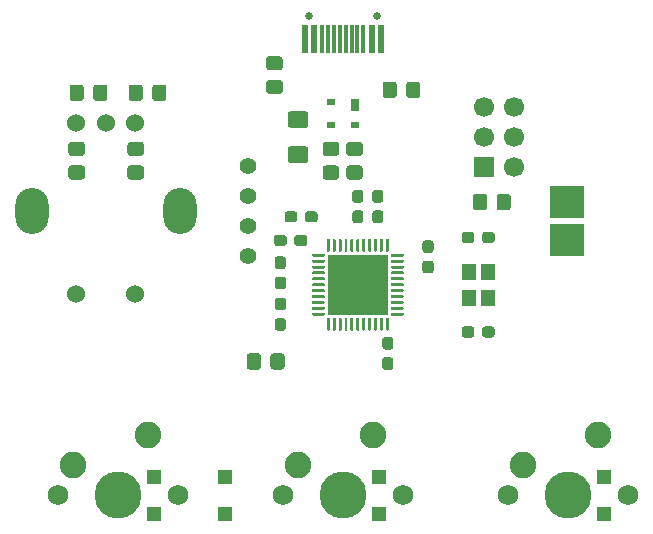
<source format=gbr>
%TF.GenerationSoftware,KiCad,Pcbnew,(5.1.9-1-g591a07d2d9)-1*%
%TF.CreationDate,2021-07-28T01:57:03-06:00*%
%TF.ProjectId,keyboard-layout,6b657962-6f61-4726-942d-6c61796f7574,rev?*%
%TF.SameCoordinates,Original*%
%TF.FileFunction,Soldermask,Bot*%
%TF.FilePolarity,Negative*%
%FSLAX46Y46*%
G04 Gerber Fmt 4.6, Leading zero omitted, Abs format (unit mm)*
G04 Created by KiCad (PCBNEW (5.1.9-1-g591a07d2d9)-1) date 2021-07-28 01:57:03*
%MOMM*%
%LPD*%
G01*
G04 APERTURE LIST*
%ADD10R,1.200000X1.200000*%
%ADD11C,1.700000*%
%ADD12R,1.700000X1.700000*%
%ADD13C,1.397000*%
%ADD14C,1.750000*%
%ADD15C,2.250000*%
%ADD16C,3.987800*%
%ADD17R,3.000000X2.750000*%
%ADD18C,1.524000*%
%ADD19O,2.800000X3.900000*%
%ADD20R,5.200000X5.200000*%
%ADD21R,0.700000X0.600000*%
%ADD22R,0.700000X1.000000*%
%ADD23C,0.650000*%
%ADD24R,0.300000X2.450000*%
%ADD25R,0.600000X2.450000*%
%ADD26R,1.200000X1.400000*%
G04 APERTURE END LIST*
D10*
%TO.C,D_3*%
X113375000Y-119025000D03*
X113375000Y-122175000D03*
%TD*%
%TO.C,C1*%
G36*
G01*
X123150000Y-98512500D02*
X123150000Y-98987500D01*
G75*
G02*
X122912500Y-99225000I-237500J0D01*
G01*
X122312500Y-99225000D01*
G75*
G02*
X122075000Y-98987500I0J237500D01*
G01*
X122075000Y-98512500D01*
G75*
G02*
X122312500Y-98275000I237500J0D01*
G01*
X122912500Y-98275000D01*
G75*
G02*
X123150000Y-98512500I0J-237500D01*
G01*
G37*
G36*
G01*
X121425000Y-98512500D02*
X121425000Y-98987500D01*
G75*
G02*
X121187500Y-99225000I-237500J0D01*
G01*
X120587500Y-99225000D01*
G75*
G02*
X120350000Y-98987500I0J237500D01*
G01*
X120350000Y-98512500D01*
G75*
G02*
X120587500Y-98275000I237500J0D01*
G01*
X121187500Y-98275000D01*
G75*
G02*
X121425000Y-98512500I0J-237500D01*
G01*
G37*
%TD*%
%TO.C,C2*%
G36*
G01*
X122075000Y-106987500D02*
X122075000Y-106512500D01*
G75*
G02*
X122312500Y-106275000I237500J0D01*
G01*
X122912500Y-106275000D01*
G75*
G02*
X123150000Y-106512500I0J-237500D01*
G01*
X123150000Y-106987500D01*
G75*
G02*
X122912500Y-107225000I-237500J0D01*
G01*
X122312500Y-107225000D01*
G75*
G02*
X122075000Y-106987500I0J237500D01*
G01*
G37*
G36*
G01*
X120350000Y-106987500D02*
X120350000Y-106512500D01*
G75*
G02*
X120587500Y-106275000I237500J0D01*
G01*
X121187500Y-106275000D01*
G75*
G02*
X121425000Y-106512500I0J-237500D01*
G01*
X121425000Y-106987500D01*
G75*
G02*
X121187500Y-107225000I-237500J0D01*
G01*
X120587500Y-107225000D01*
G75*
G02*
X120350000Y-106987500I0J237500D01*
G01*
G37*
%TD*%
%TO.C,C3*%
G36*
G01*
X106425000Y-96762500D02*
X106425000Y-97237500D01*
G75*
G02*
X106187500Y-97475000I-237500J0D01*
G01*
X105587500Y-97475000D01*
G75*
G02*
X105350000Y-97237500I0J237500D01*
G01*
X105350000Y-96762500D01*
G75*
G02*
X105587500Y-96525000I237500J0D01*
G01*
X106187500Y-96525000D01*
G75*
G02*
X106425000Y-96762500I0J-237500D01*
G01*
G37*
G36*
G01*
X108150000Y-96762500D02*
X108150000Y-97237500D01*
G75*
G02*
X107912500Y-97475000I-237500J0D01*
G01*
X107312500Y-97475000D01*
G75*
G02*
X107075000Y-97237500I0J237500D01*
G01*
X107075000Y-96762500D01*
G75*
G02*
X107312500Y-96525000I237500J0D01*
G01*
X107912500Y-96525000D01*
G75*
G02*
X108150000Y-96762500I0J-237500D01*
G01*
G37*
%TD*%
%TO.C,C4*%
G36*
G01*
X113487500Y-95812500D02*
X113012500Y-95812500D01*
G75*
G02*
X112775000Y-95575000I0J237500D01*
G01*
X112775000Y-94975000D01*
G75*
G02*
X113012500Y-94737500I237500J0D01*
G01*
X113487500Y-94737500D01*
G75*
G02*
X113725000Y-94975000I0J-237500D01*
G01*
X113725000Y-95575000D01*
G75*
G02*
X113487500Y-95812500I-237500J0D01*
G01*
G37*
G36*
G01*
X113487500Y-97537500D02*
X113012500Y-97537500D01*
G75*
G02*
X112775000Y-97300000I0J237500D01*
G01*
X112775000Y-96700000D01*
G75*
G02*
X113012500Y-96462500I237500J0D01*
G01*
X113487500Y-96462500D01*
G75*
G02*
X113725000Y-96700000I0J-237500D01*
G01*
X113725000Y-97300000D01*
G75*
G02*
X113487500Y-97537500I-237500J0D01*
G01*
G37*
%TD*%
%TO.C,C5*%
G36*
G01*
X113862500Y-107162500D02*
X114337500Y-107162500D01*
G75*
G02*
X114575000Y-107400000I0J-237500D01*
G01*
X114575000Y-108000000D01*
G75*
G02*
X114337500Y-108237500I-237500J0D01*
G01*
X113862500Y-108237500D01*
G75*
G02*
X113625000Y-108000000I0J237500D01*
G01*
X113625000Y-107400000D01*
G75*
G02*
X113862500Y-107162500I237500J0D01*
G01*
G37*
G36*
G01*
X113862500Y-108887500D02*
X114337500Y-108887500D01*
G75*
G02*
X114575000Y-109125000I0J-237500D01*
G01*
X114575000Y-109725000D01*
G75*
G02*
X114337500Y-109962500I-237500J0D01*
G01*
X113862500Y-109962500D01*
G75*
G02*
X113625000Y-109725000I0J237500D01*
G01*
X113625000Y-109125000D01*
G75*
G02*
X113862500Y-108887500I237500J0D01*
G01*
G37*
%TD*%
%TO.C,C6*%
G36*
G01*
X107262500Y-98762500D02*
X107262500Y-99237500D01*
G75*
G02*
X107025000Y-99475000I-237500J0D01*
G01*
X106425000Y-99475000D01*
G75*
G02*
X106187500Y-99237500I0J237500D01*
G01*
X106187500Y-98762500D01*
G75*
G02*
X106425000Y-98525000I237500J0D01*
G01*
X107025000Y-98525000D01*
G75*
G02*
X107262500Y-98762500I0J-237500D01*
G01*
G37*
G36*
G01*
X105537500Y-98762500D02*
X105537500Y-99237500D01*
G75*
G02*
X105300000Y-99475000I-237500J0D01*
G01*
X104700000Y-99475000D01*
G75*
G02*
X104462500Y-99237500I0J237500D01*
G01*
X104462500Y-98762500D01*
G75*
G02*
X104700000Y-98525000I237500J0D01*
G01*
X105300000Y-98525000D01*
G75*
G02*
X105537500Y-98762500I0J-237500D01*
G01*
G37*
%TD*%
%TO.C,C7*%
G36*
G01*
X117737500Y-101787500D02*
X117262500Y-101787500D01*
G75*
G02*
X117025000Y-101550000I0J237500D01*
G01*
X117025000Y-100950000D01*
G75*
G02*
X117262500Y-100712500I237500J0D01*
G01*
X117737500Y-100712500D01*
G75*
G02*
X117975000Y-100950000I0J-237500D01*
G01*
X117975000Y-101550000D01*
G75*
G02*
X117737500Y-101787500I-237500J0D01*
G01*
G37*
G36*
G01*
X117737500Y-100062500D02*
X117262500Y-100062500D01*
G75*
G02*
X117025000Y-99825000I0J237500D01*
G01*
X117025000Y-99225000D01*
G75*
G02*
X117262500Y-98987500I237500J0D01*
G01*
X117737500Y-98987500D01*
G75*
G02*
X117975000Y-99225000I0J-237500D01*
G01*
X117975000Y-99825000D01*
G75*
G02*
X117737500Y-100062500I-237500J0D01*
G01*
G37*
%TD*%
%TO.C,C8*%
G36*
G01*
X111792500Y-95812500D02*
X111317500Y-95812500D01*
G75*
G02*
X111080000Y-95575000I0J237500D01*
G01*
X111080000Y-94975000D01*
G75*
G02*
X111317500Y-94737500I237500J0D01*
G01*
X111792500Y-94737500D01*
G75*
G02*
X112030000Y-94975000I0J-237500D01*
G01*
X112030000Y-95575000D01*
G75*
G02*
X111792500Y-95812500I-237500J0D01*
G01*
G37*
G36*
G01*
X111792500Y-97537500D02*
X111317500Y-97537500D01*
G75*
G02*
X111080000Y-97300000I0J237500D01*
G01*
X111080000Y-96700000D01*
G75*
G02*
X111317500Y-96462500I237500J0D01*
G01*
X111792500Y-96462500D01*
G75*
G02*
X112030000Y-96700000I0J-237500D01*
G01*
X112030000Y-97300000D01*
G75*
G02*
X111792500Y-97537500I-237500J0D01*
G01*
G37*
%TD*%
%TO.C,CB1*%
G36*
G01*
X105237500Y-106650000D02*
X104762500Y-106650000D01*
G75*
G02*
X104525000Y-106412500I0J237500D01*
G01*
X104525000Y-105812500D01*
G75*
G02*
X104762500Y-105575000I237500J0D01*
G01*
X105237500Y-105575000D01*
G75*
G02*
X105475000Y-105812500I0J-237500D01*
G01*
X105475000Y-106412500D01*
G75*
G02*
X105237500Y-106650000I-237500J0D01*
G01*
G37*
G36*
G01*
X105237500Y-104925000D02*
X104762500Y-104925000D01*
G75*
G02*
X104525000Y-104687500I0J237500D01*
G01*
X104525000Y-104087500D01*
G75*
G02*
X104762500Y-103850000I237500J0D01*
G01*
X105237500Y-103850000D01*
G75*
G02*
X105475000Y-104087500I0J-237500D01*
G01*
X105475000Y-104687500D01*
G75*
G02*
X105237500Y-104925000I-237500J0D01*
G01*
G37*
%TD*%
%TO.C,CB2*%
G36*
G01*
X104762500Y-102075000D02*
X105237500Y-102075000D01*
G75*
G02*
X105475000Y-102312500I0J-237500D01*
G01*
X105475000Y-102912500D01*
G75*
G02*
X105237500Y-103150000I-237500J0D01*
G01*
X104762500Y-103150000D01*
G75*
G02*
X104525000Y-102912500I0J237500D01*
G01*
X104525000Y-102312500D01*
G75*
G02*
X104762500Y-102075000I237500J0D01*
G01*
G37*
G36*
G01*
X104762500Y-100350000D02*
X105237500Y-100350000D01*
G75*
G02*
X105475000Y-100587500I0J-237500D01*
G01*
X105475000Y-101187500D01*
G75*
G02*
X105237500Y-101425000I-237500J0D01*
G01*
X104762500Y-101425000D01*
G75*
G02*
X104525000Y-101187500I0J237500D01*
G01*
X104525000Y-100587500D01*
G75*
G02*
X104762500Y-100350000I237500J0D01*
G01*
G37*
%TD*%
%TO.C,D_2*%
X94337500Y-119025000D03*
X94337500Y-122175000D03*
%TD*%
%TO.C,D_4*%
X100337500Y-119025000D03*
X100337500Y-122175000D03*
%TD*%
%TO.C,F1*%
G36*
G01*
X107125000Y-92450000D02*
X105875000Y-92450000D01*
G75*
G02*
X105625000Y-92200000I0J250000D01*
G01*
X105625000Y-91275000D01*
G75*
G02*
X105875000Y-91025000I250000J0D01*
G01*
X107125000Y-91025000D01*
G75*
G02*
X107375000Y-91275000I0J-250000D01*
G01*
X107375000Y-92200000D01*
G75*
G02*
X107125000Y-92450000I-250000J0D01*
G01*
G37*
G36*
G01*
X107125000Y-89475000D02*
X105875000Y-89475000D01*
G75*
G02*
X105625000Y-89225000I0J250000D01*
G01*
X105625000Y-88300000D01*
G75*
G02*
X105875000Y-88050000I250000J0D01*
G01*
X107125000Y-88050000D01*
G75*
G02*
X107375000Y-88300000I0J-250000D01*
G01*
X107375000Y-89225000D01*
G75*
G02*
X107125000Y-89475000I-250000J0D01*
G01*
G37*
%TD*%
D11*
%TO.C,J1*%
X124770000Y-87710000D03*
X122230000Y-87710000D03*
X124770000Y-90250000D03*
X122230000Y-90250000D03*
X124770000Y-92790000D03*
D12*
X122230000Y-92790000D03*
%TD*%
D13*
%TO.C,J2*%
X102255000Y-92709500D03*
X102255000Y-95249500D03*
X102255000Y-97789500D03*
X102255000Y-100329500D03*
%TD*%
D14*
%TO.C,K_2*%
X96310000Y-120520000D03*
X86150000Y-120520000D03*
D15*
X87420000Y-117980000D03*
D16*
X91230000Y-120520000D03*
D15*
X93770000Y-115440000D03*
%TD*%
%TO.C,K_3*%
X112820000Y-115440000D03*
D16*
X110280000Y-120520000D03*
D15*
X106470000Y-117980000D03*
D14*
X105200000Y-120520000D03*
X115360000Y-120520000D03*
%TD*%
%TO.C,R1*%
G36*
G01*
X124500000Y-95299999D02*
X124500000Y-96200001D01*
G75*
G02*
X124250001Y-96450000I-249999J0D01*
G01*
X123549999Y-96450000D01*
G75*
G02*
X123300000Y-96200001I0J249999D01*
G01*
X123300000Y-95299999D01*
G75*
G02*
X123549999Y-95050000I249999J0D01*
G01*
X124250001Y-95050000D01*
G75*
G02*
X124500000Y-95299999I0J-249999D01*
G01*
G37*
G36*
G01*
X122500000Y-95299999D02*
X122500000Y-96200001D01*
G75*
G02*
X122250001Y-96450000I-249999J0D01*
G01*
X121549999Y-96450000D01*
G75*
G02*
X121300000Y-96200001I0J249999D01*
G01*
X121300000Y-95299999D01*
G75*
G02*
X121549999Y-95050000I249999J0D01*
G01*
X122250001Y-95050000D01*
G75*
G02*
X122500000Y-95299999I0J-249999D01*
G01*
G37*
%TD*%
%TO.C,R2*%
G36*
G01*
X104150000Y-109700001D02*
X104150000Y-108799999D01*
G75*
G02*
X104399999Y-108550000I249999J0D01*
G01*
X105100001Y-108550000D01*
G75*
G02*
X105350000Y-108799999I0J-249999D01*
G01*
X105350000Y-109700001D01*
G75*
G02*
X105100001Y-109950000I-249999J0D01*
G01*
X104399999Y-109950000D01*
G75*
G02*
X104150000Y-109700001I0J249999D01*
G01*
G37*
G36*
G01*
X102150000Y-109700001D02*
X102150000Y-108799999D01*
G75*
G02*
X102399999Y-108550000I249999J0D01*
G01*
X103100001Y-108550000D01*
G75*
G02*
X103350000Y-108799999I0J-249999D01*
G01*
X103350000Y-109700001D01*
G75*
G02*
X103100001Y-109950000I-249999J0D01*
G01*
X102399999Y-109950000D01*
G75*
G02*
X102150000Y-109700001I0J249999D01*
G01*
G37*
%TD*%
%TO.C,R3*%
G36*
G01*
X109730001Y-93850000D02*
X108829999Y-93850000D01*
G75*
G02*
X108580000Y-93600001I0J249999D01*
G01*
X108580000Y-92899999D01*
G75*
G02*
X108829999Y-92650000I249999J0D01*
G01*
X109730001Y-92650000D01*
G75*
G02*
X109980000Y-92899999I0J-249999D01*
G01*
X109980000Y-93600001D01*
G75*
G02*
X109730001Y-93850000I-249999J0D01*
G01*
G37*
G36*
G01*
X109730001Y-91850000D02*
X108829999Y-91850000D01*
G75*
G02*
X108580000Y-91600001I0J249999D01*
G01*
X108580000Y-90899999D01*
G75*
G02*
X108829999Y-90650000I249999J0D01*
G01*
X109730001Y-90650000D01*
G75*
G02*
X109980000Y-90899999I0J-249999D01*
G01*
X109980000Y-91600001D01*
G75*
G02*
X109730001Y-91850000I-249999J0D01*
G01*
G37*
%TD*%
%TO.C,R4*%
G36*
G01*
X111730001Y-93850000D02*
X110829999Y-93850000D01*
G75*
G02*
X110580000Y-93600001I0J249999D01*
G01*
X110580000Y-92899999D01*
G75*
G02*
X110829999Y-92650000I249999J0D01*
G01*
X111730001Y-92650000D01*
G75*
G02*
X111980000Y-92899999I0J-249999D01*
G01*
X111980000Y-93600001D01*
G75*
G02*
X111730001Y-93850000I-249999J0D01*
G01*
G37*
G36*
G01*
X111730001Y-91850000D02*
X110829999Y-91850000D01*
G75*
G02*
X110580000Y-91600001I0J249999D01*
G01*
X110580000Y-90899999D01*
G75*
G02*
X110829999Y-90650000I249999J0D01*
G01*
X111730001Y-90650000D01*
G75*
G02*
X111980000Y-90899999I0J-249999D01*
G01*
X111980000Y-91600001D01*
G75*
G02*
X111730001Y-91850000I-249999J0D01*
G01*
G37*
%TD*%
%TO.C,R5*%
G36*
G01*
X104049999Y-83400000D02*
X104950001Y-83400000D01*
G75*
G02*
X105200000Y-83649999I0J-249999D01*
G01*
X105200000Y-84350001D01*
G75*
G02*
X104950001Y-84600000I-249999J0D01*
G01*
X104049999Y-84600000D01*
G75*
G02*
X103800000Y-84350001I0J249999D01*
G01*
X103800000Y-83649999D01*
G75*
G02*
X104049999Y-83400000I249999J0D01*
G01*
G37*
G36*
G01*
X104049999Y-85400000D02*
X104950001Y-85400000D01*
G75*
G02*
X105200000Y-85649999I0J-249999D01*
G01*
X105200000Y-86350001D01*
G75*
G02*
X104950001Y-86600000I-249999J0D01*
G01*
X104049999Y-86600000D01*
G75*
G02*
X103800000Y-86350001I0J249999D01*
G01*
X103800000Y-85649999D01*
G75*
G02*
X104049999Y-85400000I249999J0D01*
G01*
G37*
%TD*%
%TO.C,R6*%
G36*
G01*
X114850000Y-85799999D02*
X114850000Y-86700001D01*
G75*
G02*
X114600001Y-86950000I-249999J0D01*
G01*
X113899999Y-86950000D01*
G75*
G02*
X113650000Y-86700001I0J249999D01*
G01*
X113650000Y-85799999D01*
G75*
G02*
X113899999Y-85550000I249999J0D01*
G01*
X114600001Y-85550000D01*
G75*
G02*
X114850000Y-85799999I0J-249999D01*
G01*
G37*
G36*
G01*
X116850000Y-85799999D02*
X116850000Y-86700001D01*
G75*
G02*
X116600001Y-86950000I-249999J0D01*
G01*
X115899999Y-86950000D01*
G75*
G02*
X115650000Y-86700001I0J249999D01*
G01*
X115650000Y-85799999D01*
G75*
G02*
X115899999Y-85550000I249999J0D01*
G01*
X116600001Y-85550000D01*
G75*
G02*
X116850000Y-85799999I0J-249999D01*
G01*
G37*
%TD*%
%TO.C,RA1*%
G36*
G01*
X93200001Y-91850000D02*
X92299999Y-91850000D01*
G75*
G02*
X92050000Y-91600001I0J249999D01*
G01*
X92050000Y-90899999D01*
G75*
G02*
X92299999Y-90650000I249999J0D01*
G01*
X93200001Y-90650000D01*
G75*
G02*
X93450000Y-90899999I0J-249999D01*
G01*
X93450000Y-91600001D01*
G75*
G02*
X93200001Y-91850000I-249999J0D01*
G01*
G37*
G36*
G01*
X93200001Y-93850000D02*
X92299999Y-93850000D01*
G75*
G02*
X92050000Y-93600001I0J249999D01*
G01*
X92050000Y-92899999D01*
G75*
G02*
X92299999Y-92650000I249999J0D01*
G01*
X93200001Y-92650000D01*
G75*
G02*
X93450000Y-92899999I0J-249999D01*
G01*
X93450000Y-93600001D01*
G75*
G02*
X93200001Y-93850000I-249999J0D01*
G01*
G37*
%TD*%
%TO.C,RA2*%
G36*
G01*
X94150000Y-86950001D02*
X94150000Y-86049999D01*
G75*
G02*
X94399999Y-85800000I249999J0D01*
G01*
X95100001Y-85800000D01*
G75*
G02*
X95350000Y-86049999I0J-249999D01*
G01*
X95350000Y-86950001D01*
G75*
G02*
X95100001Y-87200000I-249999J0D01*
G01*
X94399999Y-87200000D01*
G75*
G02*
X94150000Y-86950001I0J249999D01*
G01*
G37*
G36*
G01*
X92150000Y-86950001D02*
X92150000Y-86049999D01*
G75*
G02*
X92399999Y-85800000I249999J0D01*
G01*
X93100001Y-85800000D01*
G75*
G02*
X93350000Y-86049999I0J-249999D01*
G01*
X93350000Y-86950001D01*
G75*
G02*
X93100001Y-87200000I-249999J0D01*
G01*
X92399999Y-87200000D01*
G75*
G02*
X92150000Y-86950001I0J249999D01*
G01*
G37*
%TD*%
%TO.C,RB1*%
G36*
G01*
X88200001Y-93850000D02*
X87299999Y-93850000D01*
G75*
G02*
X87050000Y-93600001I0J249999D01*
G01*
X87050000Y-92899999D01*
G75*
G02*
X87299999Y-92650000I249999J0D01*
G01*
X88200001Y-92650000D01*
G75*
G02*
X88450000Y-92899999I0J-249999D01*
G01*
X88450000Y-93600001D01*
G75*
G02*
X88200001Y-93850000I-249999J0D01*
G01*
G37*
G36*
G01*
X88200001Y-91850000D02*
X87299999Y-91850000D01*
G75*
G02*
X87050000Y-91600001I0J249999D01*
G01*
X87050000Y-90899999D01*
G75*
G02*
X87299999Y-90650000I249999J0D01*
G01*
X88200001Y-90650000D01*
G75*
G02*
X88450000Y-90899999I0J-249999D01*
G01*
X88450000Y-91600001D01*
G75*
G02*
X88200001Y-91850000I-249999J0D01*
G01*
G37*
%TD*%
%TO.C,RB2*%
G36*
G01*
X89150000Y-86950001D02*
X89150000Y-86049999D01*
G75*
G02*
X89399999Y-85800000I249999J0D01*
G01*
X90100001Y-85800000D01*
G75*
G02*
X90350000Y-86049999I0J-249999D01*
G01*
X90350000Y-86950001D01*
G75*
G02*
X90100001Y-87200000I-249999J0D01*
G01*
X89399999Y-87200000D01*
G75*
G02*
X89150000Y-86950001I0J249999D01*
G01*
G37*
G36*
G01*
X87150000Y-86950001D02*
X87150000Y-86049999D01*
G75*
G02*
X87399999Y-85800000I249999J0D01*
G01*
X88100001Y-85800000D01*
G75*
G02*
X88350000Y-86049999I0J-249999D01*
G01*
X88350000Y-86950001D01*
G75*
G02*
X88100001Y-87200000I-249999J0D01*
G01*
X87399999Y-87200000D01*
G75*
G02*
X87150000Y-86950001I0J249999D01*
G01*
G37*
%TD*%
D17*
%TO.C,SW1*%
X129300000Y-98998600D03*
X129300000Y-95750000D03*
%TD*%
D18*
%TO.C,SW2*%
X87730000Y-89019500D03*
X92730000Y-89019500D03*
X90230000Y-89019500D03*
X92730000Y-103519500D03*
X87730000Y-103519500D03*
D19*
X96480000Y-96519500D03*
X83980000Y-96519500D03*
%TD*%
%TO.C,U1*%
G36*
G01*
X108992500Y-98875000D02*
X109117500Y-98875000D01*
G75*
G02*
X109180000Y-98937500I0J-62500D01*
G01*
X109180000Y-99887500D01*
G75*
G02*
X109117500Y-99950000I-62500J0D01*
G01*
X108992500Y-99950000D01*
G75*
G02*
X108930000Y-99887500I0J62500D01*
G01*
X108930000Y-98937500D01*
G75*
G02*
X108992500Y-98875000I62500J0D01*
G01*
G37*
G36*
G01*
X109492500Y-98875000D02*
X109617500Y-98875000D01*
G75*
G02*
X109680000Y-98937500I0J-62500D01*
G01*
X109680000Y-99887500D01*
G75*
G02*
X109617500Y-99950000I-62500J0D01*
G01*
X109492500Y-99950000D01*
G75*
G02*
X109430000Y-99887500I0J62500D01*
G01*
X109430000Y-98937500D01*
G75*
G02*
X109492500Y-98875000I62500J0D01*
G01*
G37*
G36*
G01*
X109992500Y-98875000D02*
X110117500Y-98875000D01*
G75*
G02*
X110180000Y-98937500I0J-62500D01*
G01*
X110180000Y-99887500D01*
G75*
G02*
X110117500Y-99950000I-62500J0D01*
G01*
X109992500Y-99950000D01*
G75*
G02*
X109930000Y-99887500I0J62500D01*
G01*
X109930000Y-98937500D01*
G75*
G02*
X109992500Y-98875000I62500J0D01*
G01*
G37*
G36*
G01*
X110492500Y-98875000D02*
X110617500Y-98875000D01*
G75*
G02*
X110680000Y-98937500I0J-62500D01*
G01*
X110680000Y-99887500D01*
G75*
G02*
X110617500Y-99950000I-62500J0D01*
G01*
X110492500Y-99950000D01*
G75*
G02*
X110430000Y-99887500I0J62500D01*
G01*
X110430000Y-98937500D01*
G75*
G02*
X110492500Y-98875000I62500J0D01*
G01*
G37*
G36*
G01*
X110992500Y-98875000D02*
X111117500Y-98875000D01*
G75*
G02*
X111180000Y-98937500I0J-62500D01*
G01*
X111180000Y-99887500D01*
G75*
G02*
X111117500Y-99950000I-62500J0D01*
G01*
X110992500Y-99950000D01*
G75*
G02*
X110930000Y-99887500I0J62500D01*
G01*
X110930000Y-98937500D01*
G75*
G02*
X110992500Y-98875000I62500J0D01*
G01*
G37*
G36*
G01*
X111492500Y-98875000D02*
X111617500Y-98875000D01*
G75*
G02*
X111680000Y-98937500I0J-62500D01*
G01*
X111680000Y-99887500D01*
G75*
G02*
X111617500Y-99950000I-62500J0D01*
G01*
X111492500Y-99950000D01*
G75*
G02*
X111430000Y-99887500I0J62500D01*
G01*
X111430000Y-98937500D01*
G75*
G02*
X111492500Y-98875000I62500J0D01*
G01*
G37*
G36*
G01*
X111992500Y-98875000D02*
X112117500Y-98875000D01*
G75*
G02*
X112180000Y-98937500I0J-62500D01*
G01*
X112180000Y-99887500D01*
G75*
G02*
X112117500Y-99950000I-62500J0D01*
G01*
X111992500Y-99950000D01*
G75*
G02*
X111930000Y-99887500I0J62500D01*
G01*
X111930000Y-98937500D01*
G75*
G02*
X111992500Y-98875000I62500J0D01*
G01*
G37*
G36*
G01*
X112492500Y-98875000D02*
X112617500Y-98875000D01*
G75*
G02*
X112680000Y-98937500I0J-62500D01*
G01*
X112680000Y-99887500D01*
G75*
G02*
X112617500Y-99950000I-62500J0D01*
G01*
X112492500Y-99950000D01*
G75*
G02*
X112430000Y-99887500I0J62500D01*
G01*
X112430000Y-98937500D01*
G75*
G02*
X112492500Y-98875000I62500J0D01*
G01*
G37*
G36*
G01*
X112992500Y-98875000D02*
X113117500Y-98875000D01*
G75*
G02*
X113180000Y-98937500I0J-62500D01*
G01*
X113180000Y-99887500D01*
G75*
G02*
X113117500Y-99950000I-62500J0D01*
G01*
X112992500Y-99950000D01*
G75*
G02*
X112930000Y-99887500I0J62500D01*
G01*
X112930000Y-98937500D01*
G75*
G02*
X112992500Y-98875000I62500J0D01*
G01*
G37*
G36*
G01*
X113492500Y-98875000D02*
X113617500Y-98875000D01*
G75*
G02*
X113680000Y-98937500I0J-62500D01*
G01*
X113680000Y-99887500D01*
G75*
G02*
X113617500Y-99950000I-62500J0D01*
G01*
X113492500Y-99950000D01*
G75*
G02*
X113430000Y-99887500I0J62500D01*
G01*
X113430000Y-98937500D01*
G75*
G02*
X113492500Y-98875000I62500J0D01*
G01*
G37*
G36*
G01*
X113992500Y-98875000D02*
X114117500Y-98875000D01*
G75*
G02*
X114180000Y-98937500I0J-62500D01*
G01*
X114180000Y-99887500D01*
G75*
G02*
X114117500Y-99950000I-62500J0D01*
G01*
X113992500Y-99950000D01*
G75*
G02*
X113930000Y-99887500I0J62500D01*
G01*
X113930000Y-98937500D01*
G75*
G02*
X113992500Y-98875000I62500J0D01*
G01*
G37*
G36*
G01*
X114417500Y-100125000D02*
X115367500Y-100125000D01*
G75*
G02*
X115430000Y-100187500I0J-62500D01*
G01*
X115430000Y-100312500D01*
G75*
G02*
X115367500Y-100375000I-62500J0D01*
G01*
X114417500Y-100375000D01*
G75*
G02*
X114355000Y-100312500I0J62500D01*
G01*
X114355000Y-100187500D01*
G75*
G02*
X114417500Y-100125000I62500J0D01*
G01*
G37*
G36*
G01*
X114417500Y-100625000D02*
X115367500Y-100625000D01*
G75*
G02*
X115430000Y-100687500I0J-62500D01*
G01*
X115430000Y-100812500D01*
G75*
G02*
X115367500Y-100875000I-62500J0D01*
G01*
X114417500Y-100875000D01*
G75*
G02*
X114355000Y-100812500I0J62500D01*
G01*
X114355000Y-100687500D01*
G75*
G02*
X114417500Y-100625000I62500J0D01*
G01*
G37*
G36*
G01*
X114417500Y-101125000D02*
X115367500Y-101125000D01*
G75*
G02*
X115430000Y-101187500I0J-62500D01*
G01*
X115430000Y-101312500D01*
G75*
G02*
X115367500Y-101375000I-62500J0D01*
G01*
X114417500Y-101375000D01*
G75*
G02*
X114355000Y-101312500I0J62500D01*
G01*
X114355000Y-101187500D01*
G75*
G02*
X114417500Y-101125000I62500J0D01*
G01*
G37*
G36*
G01*
X114417500Y-101625000D02*
X115367500Y-101625000D01*
G75*
G02*
X115430000Y-101687500I0J-62500D01*
G01*
X115430000Y-101812500D01*
G75*
G02*
X115367500Y-101875000I-62500J0D01*
G01*
X114417500Y-101875000D01*
G75*
G02*
X114355000Y-101812500I0J62500D01*
G01*
X114355000Y-101687500D01*
G75*
G02*
X114417500Y-101625000I62500J0D01*
G01*
G37*
G36*
G01*
X114417500Y-102125000D02*
X115367500Y-102125000D01*
G75*
G02*
X115430000Y-102187500I0J-62500D01*
G01*
X115430000Y-102312500D01*
G75*
G02*
X115367500Y-102375000I-62500J0D01*
G01*
X114417500Y-102375000D01*
G75*
G02*
X114355000Y-102312500I0J62500D01*
G01*
X114355000Y-102187500D01*
G75*
G02*
X114417500Y-102125000I62500J0D01*
G01*
G37*
G36*
G01*
X114417500Y-102625000D02*
X115367500Y-102625000D01*
G75*
G02*
X115430000Y-102687500I0J-62500D01*
G01*
X115430000Y-102812500D01*
G75*
G02*
X115367500Y-102875000I-62500J0D01*
G01*
X114417500Y-102875000D01*
G75*
G02*
X114355000Y-102812500I0J62500D01*
G01*
X114355000Y-102687500D01*
G75*
G02*
X114417500Y-102625000I62500J0D01*
G01*
G37*
G36*
G01*
X114417500Y-103125000D02*
X115367500Y-103125000D01*
G75*
G02*
X115430000Y-103187500I0J-62500D01*
G01*
X115430000Y-103312500D01*
G75*
G02*
X115367500Y-103375000I-62500J0D01*
G01*
X114417500Y-103375000D01*
G75*
G02*
X114355000Y-103312500I0J62500D01*
G01*
X114355000Y-103187500D01*
G75*
G02*
X114417500Y-103125000I62500J0D01*
G01*
G37*
G36*
G01*
X114417500Y-103625000D02*
X115367500Y-103625000D01*
G75*
G02*
X115430000Y-103687500I0J-62500D01*
G01*
X115430000Y-103812500D01*
G75*
G02*
X115367500Y-103875000I-62500J0D01*
G01*
X114417500Y-103875000D01*
G75*
G02*
X114355000Y-103812500I0J62500D01*
G01*
X114355000Y-103687500D01*
G75*
G02*
X114417500Y-103625000I62500J0D01*
G01*
G37*
G36*
G01*
X114417500Y-104125000D02*
X115367500Y-104125000D01*
G75*
G02*
X115430000Y-104187500I0J-62500D01*
G01*
X115430000Y-104312500D01*
G75*
G02*
X115367500Y-104375000I-62500J0D01*
G01*
X114417500Y-104375000D01*
G75*
G02*
X114355000Y-104312500I0J62500D01*
G01*
X114355000Y-104187500D01*
G75*
G02*
X114417500Y-104125000I62500J0D01*
G01*
G37*
G36*
G01*
X114417500Y-104625000D02*
X115367500Y-104625000D01*
G75*
G02*
X115430000Y-104687500I0J-62500D01*
G01*
X115430000Y-104812500D01*
G75*
G02*
X115367500Y-104875000I-62500J0D01*
G01*
X114417500Y-104875000D01*
G75*
G02*
X114355000Y-104812500I0J62500D01*
G01*
X114355000Y-104687500D01*
G75*
G02*
X114417500Y-104625000I62500J0D01*
G01*
G37*
G36*
G01*
X114417500Y-105125000D02*
X115367500Y-105125000D01*
G75*
G02*
X115430000Y-105187500I0J-62500D01*
G01*
X115430000Y-105312500D01*
G75*
G02*
X115367500Y-105375000I-62500J0D01*
G01*
X114417500Y-105375000D01*
G75*
G02*
X114355000Y-105312500I0J62500D01*
G01*
X114355000Y-105187500D01*
G75*
G02*
X114417500Y-105125000I62500J0D01*
G01*
G37*
G36*
G01*
X113992500Y-105550000D02*
X114117500Y-105550000D01*
G75*
G02*
X114180000Y-105612500I0J-62500D01*
G01*
X114180000Y-106562500D01*
G75*
G02*
X114117500Y-106625000I-62500J0D01*
G01*
X113992500Y-106625000D01*
G75*
G02*
X113930000Y-106562500I0J62500D01*
G01*
X113930000Y-105612500D01*
G75*
G02*
X113992500Y-105550000I62500J0D01*
G01*
G37*
G36*
G01*
X113492500Y-105550000D02*
X113617500Y-105550000D01*
G75*
G02*
X113680000Y-105612500I0J-62500D01*
G01*
X113680000Y-106562500D01*
G75*
G02*
X113617500Y-106625000I-62500J0D01*
G01*
X113492500Y-106625000D01*
G75*
G02*
X113430000Y-106562500I0J62500D01*
G01*
X113430000Y-105612500D01*
G75*
G02*
X113492500Y-105550000I62500J0D01*
G01*
G37*
G36*
G01*
X112992500Y-105550000D02*
X113117500Y-105550000D01*
G75*
G02*
X113180000Y-105612500I0J-62500D01*
G01*
X113180000Y-106562500D01*
G75*
G02*
X113117500Y-106625000I-62500J0D01*
G01*
X112992500Y-106625000D01*
G75*
G02*
X112930000Y-106562500I0J62500D01*
G01*
X112930000Y-105612500D01*
G75*
G02*
X112992500Y-105550000I62500J0D01*
G01*
G37*
G36*
G01*
X112492500Y-105550000D02*
X112617500Y-105550000D01*
G75*
G02*
X112680000Y-105612500I0J-62500D01*
G01*
X112680000Y-106562500D01*
G75*
G02*
X112617500Y-106625000I-62500J0D01*
G01*
X112492500Y-106625000D01*
G75*
G02*
X112430000Y-106562500I0J62500D01*
G01*
X112430000Y-105612500D01*
G75*
G02*
X112492500Y-105550000I62500J0D01*
G01*
G37*
G36*
G01*
X111992500Y-105550000D02*
X112117500Y-105550000D01*
G75*
G02*
X112180000Y-105612500I0J-62500D01*
G01*
X112180000Y-106562500D01*
G75*
G02*
X112117500Y-106625000I-62500J0D01*
G01*
X111992500Y-106625000D01*
G75*
G02*
X111930000Y-106562500I0J62500D01*
G01*
X111930000Y-105612500D01*
G75*
G02*
X111992500Y-105550000I62500J0D01*
G01*
G37*
G36*
G01*
X111492500Y-105550000D02*
X111617500Y-105550000D01*
G75*
G02*
X111680000Y-105612500I0J-62500D01*
G01*
X111680000Y-106562500D01*
G75*
G02*
X111617500Y-106625000I-62500J0D01*
G01*
X111492500Y-106625000D01*
G75*
G02*
X111430000Y-106562500I0J62500D01*
G01*
X111430000Y-105612500D01*
G75*
G02*
X111492500Y-105550000I62500J0D01*
G01*
G37*
G36*
G01*
X110992500Y-105550000D02*
X111117500Y-105550000D01*
G75*
G02*
X111180000Y-105612500I0J-62500D01*
G01*
X111180000Y-106562500D01*
G75*
G02*
X111117500Y-106625000I-62500J0D01*
G01*
X110992500Y-106625000D01*
G75*
G02*
X110930000Y-106562500I0J62500D01*
G01*
X110930000Y-105612500D01*
G75*
G02*
X110992500Y-105550000I62500J0D01*
G01*
G37*
G36*
G01*
X110492500Y-105550000D02*
X110617500Y-105550000D01*
G75*
G02*
X110680000Y-105612500I0J-62500D01*
G01*
X110680000Y-106562500D01*
G75*
G02*
X110617500Y-106625000I-62500J0D01*
G01*
X110492500Y-106625000D01*
G75*
G02*
X110430000Y-106562500I0J62500D01*
G01*
X110430000Y-105612500D01*
G75*
G02*
X110492500Y-105550000I62500J0D01*
G01*
G37*
G36*
G01*
X109992500Y-105550000D02*
X110117500Y-105550000D01*
G75*
G02*
X110180000Y-105612500I0J-62500D01*
G01*
X110180000Y-106562500D01*
G75*
G02*
X110117500Y-106625000I-62500J0D01*
G01*
X109992500Y-106625000D01*
G75*
G02*
X109930000Y-106562500I0J62500D01*
G01*
X109930000Y-105612500D01*
G75*
G02*
X109992500Y-105550000I62500J0D01*
G01*
G37*
G36*
G01*
X109492500Y-105550000D02*
X109617500Y-105550000D01*
G75*
G02*
X109680000Y-105612500I0J-62500D01*
G01*
X109680000Y-106562500D01*
G75*
G02*
X109617500Y-106625000I-62500J0D01*
G01*
X109492500Y-106625000D01*
G75*
G02*
X109430000Y-106562500I0J62500D01*
G01*
X109430000Y-105612500D01*
G75*
G02*
X109492500Y-105550000I62500J0D01*
G01*
G37*
G36*
G01*
X108992500Y-105550000D02*
X109117500Y-105550000D01*
G75*
G02*
X109180000Y-105612500I0J-62500D01*
G01*
X109180000Y-106562500D01*
G75*
G02*
X109117500Y-106625000I-62500J0D01*
G01*
X108992500Y-106625000D01*
G75*
G02*
X108930000Y-106562500I0J62500D01*
G01*
X108930000Y-105612500D01*
G75*
G02*
X108992500Y-105550000I62500J0D01*
G01*
G37*
G36*
G01*
X107742500Y-105125000D02*
X108692500Y-105125000D01*
G75*
G02*
X108755000Y-105187500I0J-62500D01*
G01*
X108755000Y-105312500D01*
G75*
G02*
X108692500Y-105375000I-62500J0D01*
G01*
X107742500Y-105375000D01*
G75*
G02*
X107680000Y-105312500I0J62500D01*
G01*
X107680000Y-105187500D01*
G75*
G02*
X107742500Y-105125000I62500J0D01*
G01*
G37*
G36*
G01*
X107742500Y-104625000D02*
X108692500Y-104625000D01*
G75*
G02*
X108755000Y-104687500I0J-62500D01*
G01*
X108755000Y-104812500D01*
G75*
G02*
X108692500Y-104875000I-62500J0D01*
G01*
X107742500Y-104875000D01*
G75*
G02*
X107680000Y-104812500I0J62500D01*
G01*
X107680000Y-104687500D01*
G75*
G02*
X107742500Y-104625000I62500J0D01*
G01*
G37*
G36*
G01*
X107742500Y-104125000D02*
X108692500Y-104125000D01*
G75*
G02*
X108755000Y-104187500I0J-62500D01*
G01*
X108755000Y-104312500D01*
G75*
G02*
X108692500Y-104375000I-62500J0D01*
G01*
X107742500Y-104375000D01*
G75*
G02*
X107680000Y-104312500I0J62500D01*
G01*
X107680000Y-104187500D01*
G75*
G02*
X107742500Y-104125000I62500J0D01*
G01*
G37*
G36*
G01*
X107742500Y-103625000D02*
X108692500Y-103625000D01*
G75*
G02*
X108755000Y-103687500I0J-62500D01*
G01*
X108755000Y-103812500D01*
G75*
G02*
X108692500Y-103875000I-62500J0D01*
G01*
X107742500Y-103875000D01*
G75*
G02*
X107680000Y-103812500I0J62500D01*
G01*
X107680000Y-103687500D01*
G75*
G02*
X107742500Y-103625000I62500J0D01*
G01*
G37*
G36*
G01*
X107742500Y-103125000D02*
X108692500Y-103125000D01*
G75*
G02*
X108755000Y-103187500I0J-62500D01*
G01*
X108755000Y-103312500D01*
G75*
G02*
X108692500Y-103375000I-62500J0D01*
G01*
X107742500Y-103375000D01*
G75*
G02*
X107680000Y-103312500I0J62500D01*
G01*
X107680000Y-103187500D01*
G75*
G02*
X107742500Y-103125000I62500J0D01*
G01*
G37*
G36*
G01*
X107742500Y-102625000D02*
X108692500Y-102625000D01*
G75*
G02*
X108755000Y-102687500I0J-62500D01*
G01*
X108755000Y-102812500D01*
G75*
G02*
X108692500Y-102875000I-62500J0D01*
G01*
X107742500Y-102875000D01*
G75*
G02*
X107680000Y-102812500I0J62500D01*
G01*
X107680000Y-102687500D01*
G75*
G02*
X107742500Y-102625000I62500J0D01*
G01*
G37*
G36*
G01*
X107742500Y-102125000D02*
X108692500Y-102125000D01*
G75*
G02*
X108755000Y-102187500I0J-62500D01*
G01*
X108755000Y-102312500D01*
G75*
G02*
X108692500Y-102375000I-62500J0D01*
G01*
X107742500Y-102375000D01*
G75*
G02*
X107680000Y-102312500I0J62500D01*
G01*
X107680000Y-102187500D01*
G75*
G02*
X107742500Y-102125000I62500J0D01*
G01*
G37*
G36*
G01*
X107742500Y-101625000D02*
X108692500Y-101625000D01*
G75*
G02*
X108755000Y-101687500I0J-62500D01*
G01*
X108755000Y-101812500D01*
G75*
G02*
X108692500Y-101875000I-62500J0D01*
G01*
X107742500Y-101875000D01*
G75*
G02*
X107680000Y-101812500I0J62500D01*
G01*
X107680000Y-101687500D01*
G75*
G02*
X107742500Y-101625000I62500J0D01*
G01*
G37*
G36*
G01*
X107742500Y-101125000D02*
X108692500Y-101125000D01*
G75*
G02*
X108755000Y-101187500I0J-62500D01*
G01*
X108755000Y-101312500D01*
G75*
G02*
X108692500Y-101375000I-62500J0D01*
G01*
X107742500Y-101375000D01*
G75*
G02*
X107680000Y-101312500I0J62500D01*
G01*
X107680000Y-101187500D01*
G75*
G02*
X107742500Y-101125000I62500J0D01*
G01*
G37*
G36*
G01*
X107742500Y-100625000D02*
X108692500Y-100625000D01*
G75*
G02*
X108755000Y-100687500I0J-62500D01*
G01*
X108755000Y-100812500D01*
G75*
G02*
X108692500Y-100875000I-62500J0D01*
G01*
X107742500Y-100875000D01*
G75*
G02*
X107680000Y-100812500I0J62500D01*
G01*
X107680000Y-100687500D01*
G75*
G02*
X107742500Y-100625000I62500J0D01*
G01*
G37*
G36*
G01*
X107742500Y-100125000D02*
X108692500Y-100125000D01*
G75*
G02*
X108755000Y-100187500I0J-62500D01*
G01*
X108755000Y-100312500D01*
G75*
G02*
X108692500Y-100375000I-62500J0D01*
G01*
X107742500Y-100375000D01*
G75*
G02*
X107680000Y-100312500I0J62500D01*
G01*
X107680000Y-100187500D01*
G75*
G02*
X107742500Y-100125000I62500J0D01*
G01*
G37*
D20*
X111555000Y-102750000D03*
%TD*%
D21*
%TO.C,U2*%
X109280000Y-89200000D03*
X111280000Y-89200000D03*
X109280000Y-87300000D03*
D22*
X111280000Y-87500000D03*
%TD*%
D23*
%TO.C,USB1*%
X107390000Y-80000000D03*
X113170000Y-80000000D03*
D24*
X110030000Y-81945000D03*
X110530000Y-81945000D03*
X111030000Y-81945000D03*
X109530000Y-81945000D03*
X111530000Y-81945000D03*
X109030000Y-81945000D03*
X112030000Y-81945000D03*
X108530000Y-81945000D03*
D25*
X107830000Y-81945000D03*
X112730000Y-81945000D03*
X107055000Y-81945000D03*
X113505000Y-81945000D03*
%TD*%
D26*
%TO.C,X1*%
X122550000Y-101650000D03*
X122550000Y-103850000D03*
X120950000Y-101650000D03*
X120950000Y-103850000D03*
%TD*%
D10*
%TO.C,D_1*%
X132425000Y-119025000D03*
X132425000Y-122175000D03*
%TD*%
D14*
%TO.C,K_1*%
X134410000Y-120520000D03*
X124250000Y-120520000D03*
D15*
X125520000Y-117980000D03*
D16*
X129330000Y-120520000D03*
D15*
X131870000Y-115440000D03*
%TD*%
M02*

</source>
